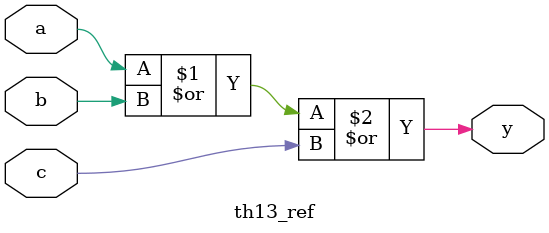
<source format=v>
module th13_ref (y,a,b,c);
 output y;
 input a;
 input b;
 input c;
 assign  #1 y =  a | b | c;
endmodule
</source>
